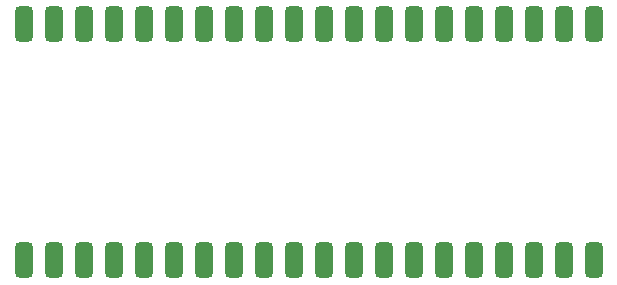
<source format=gbr>
%TF.GenerationSoftware,KiCad,Pcbnew,8.0.4*%
%TF.CreationDate,2024-08-28T17:55:56-04:00*%
%TF.ProjectId,imu-array,696d752d-6172-4726-9179-2e6b69636164,rev?*%
%TF.SameCoordinates,Original*%
%TF.FileFunction,Paste,Top*%
%TF.FilePolarity,Positive*%
%FSLAX46Y46*%
G04 Gerber Fmt 4.6, Leading zero omitted, Abs format (unit mm)*
G04 Created by KiCad (PCBNEW 8.0.4) date 2024-08-28 17:55:56*
%MOMM*%
%LPD*%
G01*
G04 APERTURE LIST*
G04 Aperture macros list*
%AMRoundRect*
0 Rectangle with rounded corners*
0 $1 Rounding radius*
0 $2 $3 $4 $5 $6 $7 $8 $9 X,Y pos of 4 corners*
0 Add a 4 corners polygon primitive as box body*
4,1,4,$2,$3,$4,$5,$6,$7,$8,$9,$2,$3,0*
0 Add four circle primitives for the rounded corners*
1,1,$1+$1,$2,$3*
1,1,$1+$1,$4,$5*
1,1,$1+$1,$6,$7*
1,1,$1+$1,$8,$9*
0 Add four rect primitives between the rounded corners*
20,1,$1+$1,$2,$3,$4,$5,0*
20,1,$1+$1,$4,$5,$6,$7,0*
20,1,$1+$1,$6,$7,$8,$9,0*
20,1,$1+$1,$8,$9,$2,$3,0*%
G04 Aperture macros list end*
%ADD10RoundRect,0.375000X0.375000X1.125000X-0.375000X1.125000X-0.375000X-1.125000X0.375000X-1.125000X0*%
G04 APERTURE END LIST*
D10*
%TO.C,A1*%
X218810000Y-89750000D03*
X216270000Y-89750000D03*
X213730000Y-89750000D03*
X211190000Y-89750000D03*
X208650000Y-89750000D03*
X206110000Y-89750000D03*
X203570000Y-89750000D03*
X201030000Y-89750000D03*
X198490000Y-89750000D03*
X195950000Y-89750000D03*
X193410000Y-89750000D03*
X190870000Y-89750000D03*
X188330000Y-89750000D03*
X185790000Y-89750000D03*
X183250000Y-89750000D03*
X180710000Y-89750000D03*
X178170000Y-89750000D03*
X175630000Y-89750000D03*
X173090000Y-89750000D03*
X170550000Y-89750000D03*
X170550000Y-109750000D03*
X173090000Y-109750000D03*
X175630000Y-109750000D03*
X178170000Y-109750000D03*
X180710000Y-109750000D03*
X183250000Y-109750000D03*
X185790000Y-109750000D03*
X188330000Y-109750000D03*
X190870000Y-109750000D03*
X193410000Y-109750000D03*
X195950000Y-109750000D03*
X198490000Y-109750000D03*
X201030000Y-109750000D03*
X203570000Y-109750000D03*
X206110000Y-109750000D03*
X208650000Y-109750000D03*
X211190000Y-109750000D03*
X213730000Y-109750000D03*
X216270000Y-109750000D03*
X218810000Y-109750000D03*
%TD*%
M02*

</source>
